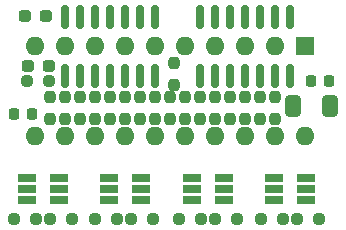
<source format=gbr>
%TF.GenerationSoftware,KiCad,Pcbnew,7.0.5*%
%TF.CreationDate,2024-08-16T02:05:39-04:00*%
%TF.ProjectId,74ls245_high_current_attempt_2,37346c73-3234-4355-9f68-6967685f6375,rev?*%
%TF.SameCoordinates,Original*%
%TF.FileFunction,Soldermask,Top*%
%TF.FilePolarity,Negative*%
%FSLAX46Y46*%
G04 Gerber Fmt 4.6, Leading zero omitted, Abs format (unit mm)*
G04 Created by KiCad (PCBNEW 7.0.5) date 2024-08-16 02:05:39*
%MOMM*%
%LPD*%
G01*
G04 APERTURE LIST*
G04 Aperture macros list*
%AMRoundRect*
0 Rectangle with rounded corners*
0 $1 Rounding radius*
0 $2 $3 $4 $5 $6 $7 $8 $9 X,Y pos of 4 corners*
0 Add a 4 corners polygon primitive as box body*
4,1,4,$2,$3,$4,$5,$6,$7,$8,$9,$2,$3,0*
0 Add four circle primitives for the rounded corners*
1,1,$1+$1,$2,$3*
1,1,$1+$1,$4,$5*
1,1,$1+$1,$6,$7*
1,1,$1+$1,$8,$9*
0 Add four rect primitives between the rounded corners*
20,1,$1+$1,$2,$3,$4,$5,0*
20,1,$1+$1,$4,$5,$6,$7,0*
20,1,$1+$1,$6,$7,$8,$9,0*
20,1,$1+$1,$8,$9,$2,$3,0*%
G04 Aperture macros list end*
%ADD10RoundRect,0.237500X-0.237500X0.250000X-0.237500X-0.250000X0.237500X-0.250000X0.237500X0.250000X0*%
%ADD11RoundRect,0.237500X0.287500X0.237500X-0.287500X0.237500X-0.287500X-0.237500X0.287500X-0.237500X0*%
%ADD12RoundRect,0.237500X0.250000X0.237500X-0.250000X0.237500X-0.250000X-0.237500X0.250000X-0.237500X0*%
%ADD13RoundRect,0.237500X0.237500X-0.250000X0.237500X0.250000X-0.237500X0.250000X-0.237500X-0.250000X0*%
%ADD14RoundRect,0.237500X-0.250000X-0.237500X0.250000X-0.237500X0.250000X0.237500X-0.250000X0.237500X0*%
%ADD15RoundRect,0.237500X-0.287500X-0.237500X0.287500X-0.237500X0.287500X0.237500X-0.287500X0.237500X0*%
%ADD16RoundRect,0.150000X-0.150000X0.825000X-0.150000X-0.825000X0.150000X-0.825000X0.150000X0.825000X0*%
%ADD17RoundRect,0.250000X-0.412500X-0.650000X0.412500X-0.650000X0.412500X0.650000X-0.412500X0.650000X0*%
%ADD18R,1.600000X1.600000*%
%ADD19O,1.600000X1.600000*%
%ADD20R,1.560000X0.650000*%
%ADD21RoundRect,0.225000X0.225000X0.250000X-0.225000X0.250000X-0.225000X-0.250000X0.225000X-0.250000X0*%
%ADD22RoundRect,0.225000X-0.225000X-0.250000X0.225000X-0.250000X0.225000X0.250000X-0.225000X0.250000X0*%
G04 APERTURE END LIST*
D10*
%TO.C,R26*%
X62579291Y-26814680D03*
X62579291Y-28639680D03*
%TD*%
D11*
%TO.C,OE*%
X51675000Y-22860000D03*
X49925000Y-22860000D03*
%TD*%
D12*
%TO.C,R25*%
X51966500Y-28321000D03*
X50141500Y-28321000D03*
%TD*%
D13*
%TO.C,R24*%
X62230000Y-31519500D03*
X62230000Y-29694500D03*
%TD*%
D14*
%TO.C,R23*%
X66016500Y-40005000D03*
X67841500Y-40005000D03*
%TD*%
D10*
%TO.C,R22*%
X67310000Y-29694500D03*
X67310000Y-31519500D03*
%TD*%
D13*
%TO.C,R21*%
X63500000Y-31519500D03*
X63500000Y-29694500D03*
%TD*%
D12*
%TO.C,R20*%
X64793500Y-40005000D03*
X62968500Y-40005000D03*
%TD*%
D10*
%TO.C,R19*%
X66040000Y-29694500D03*
X66040000Y-31519500D03*
%TD*%
D13*
%TO.C,R18*%
X57150000Y-31519500D03*
X57150000Y-29694500D03*
%TD*%
D14*
%TO.C,R17*%
X58904500Y-40005000D03*
X60729500Y-40005000D03*
%TD*%
D10*
%TO.C,R16*%
X59690000Y-29694500D03*
X59690000Y-31519500D03*
%TD*%
D13*
%TO.C,R15*%
X58420000Y-31519500D03*
X58420000Y-29694500D03*
%TD*%
D12*
%TO.C,R14*%
X57681500Y-40005000D03*
X55856500Y-40005000D03*
%TD*%
D10*
%TO.C,R13*%
X60960000Y-29694500D03*
X60960000Y-31519500D03*
%TD*%
D13*
%TO.C,R12*%
X52070000Y-31519500D03*
X52070000Y-29694500D03*
%TD*%
D14*
%TO.C,R11*%
X52046500Y-40005000D03*
X53871500Y-40005000D03*
%TD*%
D10*
%TO.C,R10*%
X55880000Y-29694500D03*
X55880000Y-31519500D03*
%TD*%
D13*
%TO.C,R9*%
X53340000Y-31519500D03*
X53340000Y-29694500D03*
%TD*%
D12*
%TO.C,R8*%
X50823500Y-40005000D03*
X48998500Y-40005000D03*
%TD*%
D10*
%TO.C,R7*%
X54610000Y-29694500D03*
X54610000Y-31519500D03*
%TD*%
D13*
%TO.C,R6*%
X64770000Y-31519500D03*
X64770000Y-29694500D03*
%TD*%
D14*
%TO.C,R5*%
X73001500Y-40005000D03*
X74826500Y-40005000D03*
%TD*%
D12*
%TO.C,R4*%
X71778500Y-40005000D03*
X69953500Y-40005000D03*
%TD*%
D13*
%TO.C,R3*%
X68580000Y-31519500D03*
X68580000Y-29694500D03*
%TD*%
D10*
%TO.C,R2*%
X69850000Y-29694500D03*
X69850000Y-31519500D03*
%TD*%
%TO.C,R1*%
X71120000Y-29694500D03*
X71120000Y-31519500D03*
%TD*%
D15*
%TO.C,5V*%
X50179000Y-27051000D03*
X51929000Y-27051000D03*
%TD*%
D16*
%TO.C,U3*%
X60960000Y-22925000D03*
X59690000Y-22925000D03*
X58420000Y-22925000D03*
X57150000Y-22925000D03*
X55880000Y-22925000D03*
X54610000Y-22925000D03*
X53340000Y-22925000D03*
X53340000Y-27875000D03*
X54610000Y-27875000D03*
X55880000Y-27875000D03*
X57150000Y-27875000D03*
X58420000Y-27875000D03*
X59690000Y-27875000D03*
X60960000Y-27875000D03*
%TD*%
%TO.C,U2*%
X72390000Y-22925000D03*
X71120000Y-22925000D03*
X69850000Y-22925000D03*
X68580000Y-22925000D03*
X67310000Y-22925000D03*
X66040000Y-22925000D03*
X64770000Y-22925000D03*
X64770000Y-27875000D03*
X66040000Y-27875000D03*
X67310000Y-27875000D03*
X68580000Y-27875000D03*
X69850000Y-27875000D03*
X71120000Y-27875000D03*
X72390000Y-27875000D03*
%TD*%
D17*
%TO.C,C1*%
X72605500Y-30480000D03*
X75730500Y-30480000D03*
%TD*%
D18*
%TO.C,U1*%
X73660000Y-25400000D03*
D19*
X71120000Y-25400000D03*
X68580000Y-25400000D03*
X66040000Y-25400000D03*
X63500000Y-25400000D03*
X60960000Y-25400000D03*
X58420000Y-25400000D03*
X55880000Y-25400000D03*
X53340000Y-25400000D03*
X50800000Y-25400000D03*
X50800000Y-33020000D03*
X53340000Y-33020000D03*
X55880000Y-33020000D03*
X58420000Y-33020000D03*
X60960000Y-33020000D03*
X63500000Y-33020000D03*
X66040000Y-33020000D03*
X68580000Y-33020000D03*
X71120000Y-33020000D03*
X73660000Y-33020000D03*
%TD*%
D20*
%TO.C,Q4*%
X71040000Y-36515000D03*
X71040000Y-37465000D03*
X71040000Y-38415000D03*
X73740000Y-38415000D03*
X73740000Y-37465000D03*
X73740000Y-36515000D03*
%TD*%
%TO.C,Q3*%
X64055000Y-36515000D03*
X64055000Y-37465000D03*
X64055000Y-38415000D03*
X66755000Y-38415000D03*
X66755000Y-37465000D03*
X66755000Y-36515000D03*
%TD*%
%TO.C,Q2*%
X57070000Y-36515000D03*
X57070000Y-37465000D03*
X57070000Y-38415000D03*
X59770000Y-38415000D03*
X59770000Y-37465000D03*
X59770000Y-36515000D03*
%TD*%
%TO.C,Q1*%
X50085000Y-36515000D03*
X50085000Y-37465000D03*
X50085000Y-38415000D03*
X52785000Y-38415000D03*
X52785000Y-37465000D03*
X52785000Y-36515000D03*
%TD*%
D21*
%TO.C,C4*%
X49009000Y-31115000D03*
X50559000Y-31115000D03*
%TD*%
D22*
%TO.C,C2*%
X74155000Y-28321000D03*
X75705000Y-28321000D03*
%TD*%
M02*

</source>
